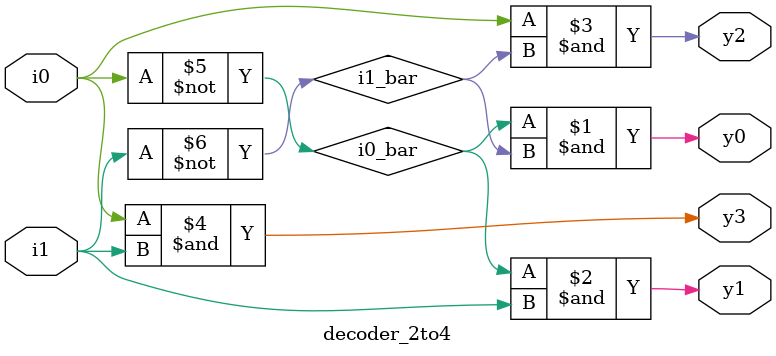
<source format=v>
`timescale 1ns / 1ps


module decoder_2to4(i0,i1,y0,y1,y2,y3);
input i0,i1;
output y0,y1,y2,y3;
wire i0_bar,i1_bar;

not not01(i0_bar,i0);
not not02(i1_bar,i1);
and and01(y0,i0_bar,i1_bar);
and and02(y1,i0_bar,i1);
and and03(y2,i0,i1_bar);
and and04(y3,i0,i1);
endmodule

</source>
